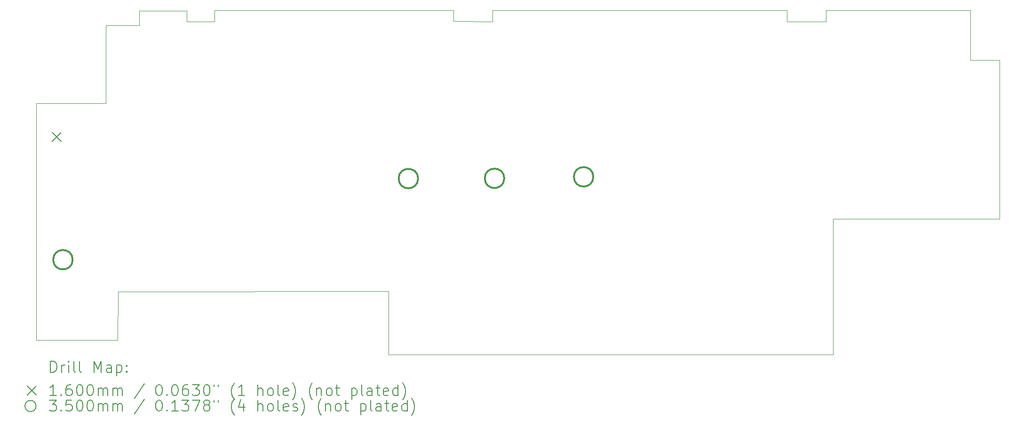
<source format=gbr>
%TF.GenerationSoftware,KiCad,Pcbnew,8.0.6*%
%TF.CreationDate,2024-12-01T22:04:38-06:00*%
%TF.ProjectId,1400-PSU,31343030-2d50-4535-952e-6b696361645f,rev?*%
%TF.SameCoordinates,Original*%
%TF.FileFunction,Drillmap*%
%TF.FilePolarity,Positive*%
%FSLAX45Y45*%
G04 Gerber Fmt 4.5, Leading zero omitted, Abs format (unit mm)*
G04 Created by KiCad (PCBNEW 8.0.6) date 2024-12-01 22:04:38*
%MOMM*%
%LPD*%
G01*
G04 APERTURE LIST*
%ADD10C,0.050000*%
%ADD11C,0.200000*%
%ADD12C,0.160000*%
%ADD13C,0.350000*%
G04 APERTURE END LIST*
D10*
X19328695Y-6157305D02*
X20028695Y-6158305D01*
X20027695Y-5957305D01*
X22629695Y-5958305D01*
X22626695Y-6855305D01*
X23155695Y-6855305D01*
X23157155Y-9518765D01*
X23156695Y-9712305D01*
X20154695Y-9714305D01*
X20154695Y-9956705D01*
X20154695Y-12166505D01*
X12158695Y-12166505D01*
X12158695Y-11017305D01*
X7283606Y-11025216D01*
X7280695Y-11901314D01*
X5814101Y-11902899D01*
X5816695Y-7635305D01*
X7065695Y-7636678D01*
X7064431Y-6230000D01*
X7666695Y-6230000D01*
X7666695Y-5961305D01*
X8526695Y-5961305D01*
X8526695Y-6158305D01*
X9025695Y-6158305D01*
X9025695Y-5958305D01*
X13328000Y-5959000D01*
X13327695Y-6155305D01*
X14027977Y-6156023D01*
X14027695Y-5956305D01*
X19328695Y-5955365D01*
X19328695Y-6157305D01*
D11*
D12*
X6105000Y-8159000D02*
X6265000Y-8319000D01*
X6265000Y-8159000D02*
X6105000Y-8319000D01*
D13*
X6470000Y-10452000D02*
G75*
G02*
X6120000Y-10452000I-175000J0D01*
G01*
X6120000Y-10452000D02*
G75*
G02*
X6470000Y-10452000I175000J0D01*
G01*
X12688000Y-8989000D02*
G75*
G02*
X12338000Y-8989000I-175000J0D01*
G01*
X12338000Y-8989000D02*
G75*
G02*
X12688000Y-8989000I175000J0D01*
G01*
X14239000Y-8985000D02*
G75*
G02*
X13889000Y-8985000I-175000J0D01*
G01*
X13889000Y-8985000D02*
G75*
G02*
X14239000Y-8985000I175000J0D01*
G01*
X15842000Y-8958000D02*
G75*
G02*
X15492000Y-8958000I-175000J0D01*
G01*
X15492000Y-8958000D02*
G75*
G02*
X15842000Y-8958000I175000J0D01*
G01*
D11*
X6072378Y-12480489D02*
X6072378Y-12280489D01*
X6072378Y-12280489D02*
X6119997Y-12280489D01*
X6119997Y-12280489D02*
X6148568Y-12290013D01*
X6148568Y-12290013D02*
X6167616Y-12309060D01*
X6167616Y-12309060D02*
X6177140Y-12328108D01*
X6177140Y-12328108D02*
X6186663Y-12366203D01*
X6186663Y-12366203D02*
X6186663Y-12394774D01*
X6186663Y-12394774D02*
X6177140Y-12432870D01*
X6177140Y-12432870D02*
X6167616Y-12451917D01*
X6167616Y-12451917D02*
X6148568Y-12470965D01*
X6148568Y-12470965D02*
X6119997Y-12480489D01*
X6119997Y-12480489D02*
X6072378Y-12480489D01*
X6272378Y-12480489D02*
X6272378Y-12347155D01*
X6272378Y-12385251D02*
X6281901Y-12366203D01*
X6281901Y-12366203D02*
X6291425Y-12356679D01*
X6291425Y-12356679D02*
X6310473Y-12347155D01*
X6310473Y-12347155D02*
X6329521Y-12347155D01*
X6396187Y-12480489D02*
X6396187Y-12347155D01*
X6396187Y-12280489D02*
X6386663Y-12290013D01*
X6386663Y-12290013D02*
X6396187Y-12299536D01*
X6396187Y-12299536D02*
X6405711Y-12290013D01*
X6405711Y-12290013D02*
X6396187Y-12280489D01*
X6396187Y-12280489D02*
X6396187Y-12299536D01*
X6519997Y-12480489D02*
X6500949Y-12470965D01*
X6500949Y-12470965D02*
X6491425Y-12451917D01*
X6491425Y-12451917D02*
X6491425Y-12280489D01*
X6624759Y-12480489D02*
X6605711Y-12470965D01*
X6605711Y-12470965D02*
X6596187Y-12451917D01*
X6596187Y-12451917D02*
X6596187Y-12280489D01*
X6853330Y-12480489D02*
X6853330Y-12280489D01*
X6853330Y-12280489D02*
X6919997Y-12423346D01*
X6919997Y-12423346D02*
X6986663Y-12280489D01*
X6986663Y-12280489D02*
X6986663Y-12480489D01*
X7167616Y-12480489D02*
X7167616Y-12375727D01*
X7167616Y-12375727D02*
X7158092Y-12356679D01*
X7158092Y-12356679D02*
X7139044Y-12347155D01*
X7139044Y-12347155D02*
X7100949Y-12347155D01*
X7100949Y-12347155D02*
X7081901Y-12356679D01*
X7167616Y-12470965D02*
X7148568Y-12480489D01*
X7148568Y-12480489D02*
X7100949Y-12480489D01*
X7100949Y-12480489D02*
X7081901Y-12470965D01*
X7081901Y-12470965D02*
X7072378Y-12451917D01*
X7072378Y-12451917D02*
X7072378Y-12432870D01*
X7072378Y-12432870D02*
X7081901Y-12413822D01*
X7081901Y-12413822D02*
X7100949Y-12404298D01*
X7100949Y-12404298D02*
X7148568Y-12404298D01*
X7148568Y-12404298D02*
X7167616Y-12394774D01*
X7262854Y-12347155D02*
X7262854Y-12547155D01*
X7262854Y-12356679D02*
X7281901Y-12347155D01*
X7281901Y-12347155D02*
X7319997Y-12347155D01*
X7319997Y-12347155D02*
X7339044Y-12356679D01*
X7339044Y-12356679D02*
X7348568Y-12366203D01*
X7348568Y-12366203D02*
X7358092Y-12385251D01*
X7358092Y-12385251D02*
X7358092Y-12442393D01*
X7358092Y-12442393D02*
X7348568Y-12461441D01*
X7348568Y-12461441D02*
X7339044Y-12470965D01*
X7339044Y-12470965D02*
X7319997Y-12480489D01*
X7319997Y-12480489D02*
X7281901Y-12480489D01*
X7281901Y-12480489D02*
X7262854Y-12470965D01*
X7443806Y-12461441D02*
X7453330Y-12470965D01*
X7453330Y-12470965D02*
X7443806Y-12480489D01*
X7443806Y-12480489D02*
X7434282Y-12470965D01*
X7434282Y-12470965D02*
X7443806Y-12461441D01*
X7443806Y-12461441D02*
X7443806Y-12480489D01*
X7443806Y-12356679D02*
X7453330Y-12366203D01*
X7453330Y-12366203D02*
X7443806Y-12375727D01*
X7443806Y-12375727D02*
X7434282Y-12366203D01*
X7434282Y-12366203D02*
X7443806Y-12356679D01*
X7443806Y-12356679D02*
X7443806Y-12375727D01*
D12*
X5651601Y-12729005D02*
X5811601Y-12889005D01*
X5811601Y-12729005D02*
X5651601Y-12889005D01*
D11*
X6177140Y-12900489D02*
X6062854Y-12900489D01*
X6119997Y-12900489D02*
X6119997Y-12700489D01*
X6119997Y-12700489D02*
X6100949Y-12729060D01*
X6100949Y-12729060D02*
X6081901Y-12748108D01*
X6081901Y-12748108D02*
X6062854Y-12757632D01*
X6262854Y-12881441D02*
X6272378Y-12890965D01*
X6272378Y-12890965D02*
X6262854Y-12900489D01*
X6262854Y-12900489D02*
X6253330Y-12890965D01*
X6253330Y-12890965D02*
X6262854Y-12881441D01*
X6262854Y-12881441D02*
X6262854Y-12900489D01*
X6443806Y-12700489D02*
X6405711Y-12700489D01*
X6405711Y-12700489D02*
X6386663Y-12710013D01*
X6386663Y-12710013D02*
X6377140Y-12719536D01*
X6377140Y-12719536D02*
X6358092Y-12748108D01*
X6358092Y-12748108D02*
X6348568Y-12786203D01*
X6348568Y-12786203D02*
X6348568Y-12862393D01*
X6348568Y-12862393D02*
X6358092Y-12881441D01*
X6358092Y-12881441D02*
X6367616Y-12890965D01*
X6367616Y-12890965D02*
X6386663Y-12900489D01*
X6386663Y-12900489D02*
X6424759Y-12900489D01*
X6424759Y-12900489D02*
X6443806Y-12890965D01*
X6443806Y-12890965D02*
X6453330Y-12881441D01*
X6453330Y-12881441D02*
X6462854Y-12862393D01*
X6462854Y-12862393D02*
X6462854Y-12814774D01*
X6462854Y-12814774D02*
X6453330Y-12795727D01*
X6453330Y-12795727D02*
X6443806Y-12786203D01*
X6443806Y-12786203D02*
X6424759Y-12776679D01*
X6424759Y-12776679D02*
X6386663Y-12776679D01*
X6386663Y-12776679D02*
X6367616Y-12786203D01*
X6367616Y-12786203D02*
X6358092Y-12795727D01*
X6358092Y-12795727D02*
X6348568Y-12814774D01*
X6586663Y-12700489D02*
X6605711Y-12700489D01*
X6605711Y-12700489D02*
X6624759Y-12710013D01*
X6624759Y-12710013D02*
X6634282Y-12719536D01*
X6634282Y-12719536D02*
X6643806Y-12738584D01*
X6643806Y-12738584D02*
X6653330Y-12776679D01*
X6653330Y-12776679D02*
X6653330Y-12824298D01*
X6653330Y-12824298D02*
X6643806Y-12862393D01*
X6643806Y-12862393D02*
X6634282Y-12881441D01*
X6634282Y-12881441D02*
X6624759Y-12890965D01*
X6624759Y-12890965D02*
X6605711Y-12900489D01*
X6605711Y-12900489D02*
X6586663Y-12900489D01*
X6586663Y-12900489D02*
X6567616Y-12890965D01*
X6567616Y-12890965D02*
X6558092Y-12881441D01*
X6558092Y-12881441D02*
X6548568Y-12862393D01*
X6548568Y-12862393D02*
X6539044Y-12824298D01*
X6539044Y-12824298D02*
X6539044Y-12776679D01*
X6539044Y-12776679D02*
X6548568Y-12738584D01*
X6548568Y-12738584D02*
X6558092Y-12719536D01*
X6558092Y-12719536D02*
X6567616Y-12710013D01*
X6567616Y-12710013D02*
X6586663Y-12700489D01*
X6777140Y-12700489D02*
X6796187Y-12700489D01*
X6796187Y-12700489D02*
X6815235Y-12710013D01*
X6815235Y-12710013D02*
X6824759Y-12719536D01*
X6824759Y-12719536D02*
X6834282Y-12738584D01*
X6834282Y-12738584D02*
X6843806Y-12776679D01*
X6843806Y-12776679D02*
X6843806Y-12824298D01*
X6843806Y-12824298D02*
X6834282Y-12862393D01*
X6834282Y-12862393D02*
X6824759Y-12881441D01*
X6824759Y-12881441D02*
X6815235Y-12890965D01*
X6815235Y-12890965D02*
X6796187Y-12900489D01*
X6796187Y-12900489D02*
X6777140Y-12900489D01*
X6777140Y-12900489D02*
X6758092Y-12890965D01*
X6758092Y-12890965D02*
X6748568Y-12881441D01*
X6748568Y-12881441D02*
X6739044Y-12862393D01*
X6739044Y-12862393D02*
X6729521Y-12824298D01*
X6729521Y-12824298D02*
X6729521Y-12776679D01*
X6729521Y-12776679D02*
X6739044Y-12738584D01*
X6739044Y-12738584D02*
X6748568Y-12719536D01*
X6748568Y-12719536D02*
X6758092Y-12710013D01*
X6758092Y-12710013D02*
X6777140Y-12700489D01*
X6929521Y-12900489D02*
X6929521Y-12767155D01*
X6929521Y-12786203D02*
X6939044Y-12776679D01*
X6939044Y-12776679D02*
X6958092Y-12767155D01*
X6958092Y-12767155D02*
X6986663Y-12767155D01*
X6986663Y-12767155D02*
X7005711Y-12776679D01*
X7005711Y-12776679D02*
X7015235Y-12795727D01*
X7015235Y-12795727D02*
X7015235Y-12900489D01*
X7015235Y-12795727D02*
X7024759Y-12776679D01*
X7024759Y-12776679D02*
X7043806Y-12767155D01*
X7043806Y-12767155D02*
X7072378Y-12767155D01*
X7072378Y-12767155D02*
X7091425Y-12776679D01*
X7091425Y-12776679D02*
X7100949Y-12795727D01*
X7100949Y-12795727D02*
X7100949Y-12900489D01*
X7196187Y-12900489D02*
X7196187Y-12767155D01*
X7196187Y-12786203D02*
X7205711Y-12776679D01*
X7205711Y-12776679D02*
X7224759Y-12767155D01*
X7224759Y-12767155D02*
X7253330Y-12767155D01*
X7253330Y-12767155D02*
X7272378Y-12776679D01*
X7272378Y-12776679D02*
X7281902Y-12795727D01*
X7281902Y-12795727D02*
X7281902Y-12900489D01*
X7281902Y-12795727D02*
X7291425Y-12776679D01*
X7291425Y-12776679D02*
X7310473Y-12767155D01*
X7310473Y-12767155D02*
X7339044Y-12767155D01*
X7339044Y-12767155D02*
X7358092Y-12776679D01*
X7358092Y-12776679D02*
X7367616Y-12795727D01*
X7367616Y-12795727D02*
X7367616Y-12900489D01*
X7758092Y-12690965D02*
X7586664Y-12948108D01*
X8015235Y-12700489D02*
X8034283Y-12700489D01*
X8034283Y-12700489D02*
X8053330Y-12710013D01*
X8053330Y-12710013D02*
X8062854Y-12719536D01*
X8062854Y-12719536D02*
X8072378Y-12738584D01*
X8072378Y-12738584D02*
X8081902Y-12776679D01*
X8081902Y-12776679D02*
X8081902Y-12824298D01*
X8081902Y-12824298D02*
X8072378Y-12862393D01*
X8072378Y-12862393D02*
X8062854Y-12881441D01*
X8062854Y-12881441D02*
X8053330Y-12890965D01*
X8053330Y-12890965D02*
X8034283Y-12900489D01*
X8034283Y-12900489D02*
X8015235Y-12900489D01*
X8015235Y-12900489D02*
X7996187Y-12890965D01*
X7996187Y-12890965D02*
X7986664Y-12881441D01*
X7986664Y-12881441D02*
X7977140Y-12862393D01*
X7977140Y-12862393D02*
X7967616Y-12824298D01*
X7967616Y-12824298D02*
X7967616Y-12776679D01*
X7967616Y-12776679D02*
X7977140Y-12738584D01*
X7977140Y-12738584D02*
X7986664Y-12719536D01*
X7986664Y-12719536D02*
X7996187Y-12710013D01*
X7996187Y-12710013D02*
X8015235Y-12700489D01*
X8167616Y-12881441D02*
X8177140Y-12890965D01*
X8177140Y-12890965D02*
X8167616Y-12900489D01*
X8167616Y-12900489D02*
X8158092Y-12890965D01*
X8158092Y-12890965D02*
X8167616Y-12881441D01*
X8167616Y-12881441D02*
X8167616Y-12900489D01*
X8300949Y-12700489D02*
X8319997Y-12700489D01*
X8319997Y-12700489D02*
X8339045Y-12710013D01*
X8339045Y-12710013D02*
X8348568Y-12719536D01*
X8348568Y-12719536D02*
X8358092Y-12738584D01*
X8358092Y-12738584D02*
X8367616Y-12776679D01*
X8367616Y-12776679D02*
X8367616Y-12824298D01*
X8367616Y-12824298D02*
X8358092Y-12862393D01*
X8358092Y-12862393D02*
X8348568Y-12881441D01*
X8348568Y-12881441D02*
X8339045Y-12890965D01*
X8339045Y-12890965D02*
X8319997Y-12900489D01*
X8319997Y-12900489D02*
X8300949Y-12900489D01*
X8300949Y-12900489D02*
X8281902Y-12890965D01*
X8281902Y-12890965D02*
X8272378Y-12881441D01*
X8272378Y-12881441D02*
X8262854Y-12862393D01*
X8262854Y-12862393D02*
X8253330Y-12824298D01*
X8253330Y-12824298D02*
X8253330Y-12776679D01*
X8253330Y-12776679D02*
X8262854Y-12738584D01*
X8262854Y-12738584D02*
X8272378Y-12719536D01*
X8272378Y-12719536D02*
X8281902Y-12710013D01*
X8281902Y-12710013D02*
X8300949Y-12700489D01*
X8539045Y-12700489D02*
X8500949Y-12700489D01*
X8500949Y-12700489D02*
X8481902Y-12710013D01*
X8481902Y-12710013D02*
X8472378Y-12719536D01*
X8472378Y-12719536D02*
X8453330Y-12748108D01*
X8453330Y-12748108D02*
X8443807Y-12786203D01*
X8443807Y-12786203D02*
X8443807Y-12862393D01*
X8443807Y-12862393D02*
X8453330Y-12881441D01*
X8453330Y-12881441D02*
X8462854Y-12890965D01*
X8462854Y-12890965D02*
X8481902Y-12900489D01*
X8481902Y-12900489D02*
X8519997Y-12900489D01*
X8519997Y-12900489D02*
X8539045Y-12890965D01*
X8539045Y-12890965D02*
X8548568Y-12881441D01*
X8548568Y-12881441D02*
X8558092Y-12862393D01*
X8558092Y-12862393D02*
X8558092Y-12814774D01*
X8558092Y-12814774D02*
X8548568Y-12795727D01*
X8548568Y-12795727D02*
X8539045Y-12786203D01*
X8539045Y-12786203D02*
X8519997Y-12776679D01*
X8519997Y-12776679D02*
X8481902Y-12776679D01*
X8481902Y-12776679D02*
X8462854Y-12786203D01*
X8462854Y-12786203D02*
X8453330Y-12795727D01*
X8453330Y-12795727D02*
X8443807Y-12814774D01*
X8624759Y-12700489D02*
X8748568Y-12700489D01*
X8748568Y-12700489D02*
X8681902Y-12776679D01*
X8681902Y-12776679D02*
X8710473Y-12776679D01*
X8710473Y-12776679D02*
X8729521Y-12786203D01*
X8729521Y-12786203D02*
X8739045Y-12795727D01*
X8739045Y-12795727D02*
X8748568Y-12814774D01*
X8748568Y-12814774D02*
X8748568Y-12862393D01*
X8748568Y-12862393D02*
X8739045Y-12881441D01*
X8739045Y-12881441D02*
X8729521Y-12890965D01*
X8729521Y-12890965D02*
X8710473Y-12900489D01*
X8710473Y-12900489D02*
X8653330Y-12900489D01*
X8653330Y-12900489D02*
X8634283Y-12890965D01*
X8634283Y-12890965D02*
X8624759Y-12881441D01*
X8872378Y-12700489D02*
X8891426Y-12700489D01*
X8891426Y-12700489D02*
X8910473Y-12710013D01*
X8910473Y-12710013D02*
X8919997Y-12719536D01*
X8919997Y-12719536D02*
X8929521Y-12738584D01*
X8929521Y-12738584D02*
X8939045Y-12776679D01*
X8939045Y-12776679D02*
X8939045Y-12824298D01*
X8939045Y-12824298D02*
X8929521Y-12862393D01*
X8929521Y-12862393D02*
X8919997Y-12881441D01*
X8919997Y-12881441D02*
X8910473Y-12890965D01*
X8910473Y-12890965D02*
X8891426Y-12900489D01*
X8891426Y-12900489D02*
X8872378Y-12900489D01*
X8872378Y-12900489D02*
X8853330Y-12890965D01*
X8853330Y-12890965D02*
X8843807Y-12881441D01*
X8843807Y-12881441D02*
X8834283Y-12862393D01*
X8834283Y-12862393D02*
X8824759Y-12824298D01*
X8824759Y-12824298D02*
X8824759Y-12776679D01*
X8824759Y-12776679D02*
X8834283Y-12738584D01*
X8834283Y-12738584D02*
X8843807Y-12719536D01*
X8843807Y-12719536D02*
X8853330Y-12710013D01*
X8853330Y-12710013D02*
X8872378Y-12700489D01*
X9015235Y-12700489D02*
X9015235Y-12738584D01*
X9091426Y-12700489D02*
X9091426Y-12738584D01*
X9386664Y-12976679D02*
X9377140Y-12967155D01*
X9377140Y-12967155D02*
X9358092Y-12938584D01*
X9358092Y-12938584D02*
X9348569Y-12919536D01*
X9348569Y-12919536D02*
X9339045Y-12890965D01*
X9339045Y-12890965D02*
X9329521Y-12843346D01*
X9329521Y-12843346D02*
X9329521Y-12805251D01*
X9329521Y-12805251D02*
X9339045Y-12757632D01*
X9339045Y-12757632D02*
X9348569Y-12729060D01*
X9348569Y-12729060D02*
X9358092Y-12710013D01*
X9358092Y-12710013D02*
X9377140Y-12681441D01*
X9377140Y-12681441D02*
X9386664Y-12671917D01*
X9567616Y-12900489D02*
X9453330Y-12900489D01*
X9510473Y-12900489D02*
X9510473Y-12700489D01*
X9510473Y-12700489D02*
X9491426Y-12729060D01*
X9491426Y-12729060D02*
X9472378Y-12748108D01*
X9472378Y-12748108D02*
X9453330Y-12757632D01*
X9805711Y-12900489D02*
X9805711Y-12700489D01*
X9891426Y-12900489D02*
X9891426Y-12795727D01*
X9891426Y-12795727D02*
X9881902Y-12776679D01*
X9881902Y-12776679D02*
X9862854Y-12767155D01*
X9862854Y-12767155D02*
X9834283Y-12767155D01*
X9834283Y-12767155D02*
X9815235Y-12776679D01*
X9815235Y-12776679D02*
X9805711Y-12786203D01*
X10015235Y-12900489D02*
X9996188Y-12890965D01*
X9996188Y-12890965D02*
X9986664Y-12881441D01*
X9986664Y-12881441D02*
X9977140Y-12862393D01*
X9977140Y-12862393D02*
X9977140Y-12805251D01*
X9977140Y-12805251D02*
X9986664Y-12786203D01*
X9986664Y-12786203D02*
X9996188Y-12776679D01*
X9996188Y-12776679D02*
X10015235Y-12767155D01*
X10015235Y-12767155D02*
X10043807Y-12767155D01*
X10043807Y-12767155D02*
X10062854Y-12776679D01*
X10062854Y-12776679D02*
X10072378Y-12786203D01*
X10072378Y-12786203D02*
X10081902Y-12805251D01*
X10081902Y-12805251D02*
X10081902Y-12862393D01*
X10081902Y-12862393D02*
X10072378Y-12881441D01*
X10072378Y-12881441D02*
X10062854Y-12890965D01*
X10062854Y-12890965D02*
X10043807Y-12900489D01*
X10043807Y-12900489D02*
X10015235Y-12900489D01*
X10196188Y-12900489D02*
X10177140Y-12890965D01*
X10177140Y-12890965D02*
X10167616Y-12871917D01*
X10167616Y-12871917D02*
X10167616Y-12700489D01*
X10348569Y-12890965D02*
X10329521Y-12900489D01*
X10329521Y-12900489D02*
X10291426Y-12900489D01*
X10291426Y-12900489D02*
X10272378Y-12890965D01*
X10272378Y-12890965D02*
X10262854Y-12871917D01*
X10262854Y-12871917D02*
X10262854Y-12795727D01*
X10262854Y-12795727D02*
X10272378Y-12776679D01*
X10272378Y-12776679D02*
X10291426Y-12767155D01*
X10291426Y-12767155D02*
X10329521Y-12767155D01*
X10329521Y-12767155D02*
X10348569Y-12776679D01*
X10348569Y-12776679D02*
X10358092Y-12795727D01*
X10358092Y-12795727D02*
X10358092Y-12814774D01*
X10358092Y-12814774D02*
X10262854Y-12833822D01*
X10424759Y-12976679D02*
X10434283Y-12967155D01*
X10434283Y-12967155D02*
X10453331Y-12938584D01*
X10453331Y-12938584D02*
X10462854Y-12919536D01*
X10462854Y-12919536D02*
X10472378Y-12890965D01*
X10472378Y-12890965D02*
X10481902Y-12843346D01*
X10481902Y-12843346D02*
X10481902Y-12805251D01*
X10481902Y-12805251D02*
X10472378Y-12757632D01*
X10472378Y-12757632D02*
X10462854Y-12729060D01*
X10462854Y-12729060D02*
X10453331Y-12710013D01*
X10453331Y-12710013D02*
X10434283Y-12681441D01*
X10434283Y-12681441D02*
X10424759Y-12671917D01*
X10786664Y-12976679D02*
X10777140Y-12967155D01*
X10777140Y-12967155D02*
X10758092Y-12938584D01*
X10758092Y-12938584D02*
X10748569Y-12919536D01*
X10748569Y-12919536D02*
X10739045Y-12890965D01*
X10739045Y-12890965D02*
X10729521Y-12843346D01*
X10729521Y-12843346D02*
X10729521Y-12805251D01*
X10729521Y-12805251D02*
X10739045Y-12757632D01*
X10739045Y-12757632D02*
X10748569Y-12729060D01*
X10748569Y-12729060D02*
X10758092Y-12710013D01*
X10758092Y-12710013D02*
X10777140Y-12681441D01*
X10777140Y-12681441D02*
X10786664Y-12671917D01*
X10862854Y-12767155D02*
X10862854Y-12900489D01*
X10862854Y-12786203D02*
X10872378Y-12776679D01*
X10872378Y-12776679D02*
X10891426Y-12767155D01*
X10891426Y-12767155D02*
X10919997Y-12767155D01*
X10919997Y-12767155D02*
X10939045Y-12776679D01*
X10939045Y-12776679D02*
X10948569Y-12795727D01*
X10948569Y-12795727D02*
X10948569Y-12900489D01*
X11072378Y-12900489D02*
X11053331Y-12890965D01*
X11053331Y-12890965D02*
X11043807Y-12881441D01*
X11043807Y-12881441D02*
X11034283Y-12862393D01*
X11034283Y-12862393D02*
X11034283Y-12805251D01*
X11034283Y-12805251D02*
X11043807Y-12786203D01*
X11043807Y-12786203D02*
X11053331Y-12776679D01*
X11053331Y-12776679D02*
X11072378Y-12767155D01*
X11072378Y-12767155D02*
X11100950Y-12767155D01*
X11100950Y-12767155D02*
X11119997Y-12776679D01*
X11119997Y-12776679D02*
X11129521Y-12786203D01*
X11129521Y-12786203D02*
X11139045Y-12805251D01*
X11139045Y-12805251D02*
X11139045Y-12862393D01*
X11139045Y-12862393D02*
X11129521Y-12881441D01*
X11129521Y-12881441D02*
X11119997Y-12890965D01*
X11119997Y-12890965D02*
X11100950Y-12900489D01*
X11100950Y-12900489D02*
X11072378Y-12900489D01*
X11196188Y-12767155D02*
X11272378Y-12767155D01*
X11224759Y-12700489D02*
X11224759Y-12871917D01*
X11224759Y-12871917D02*
X11234283Y-12890965D01*
X11234283Y-12890965D02*
X11253330Y-12900489D01*
X11253330Y-12900489D02*
X11272378Y-12900489D01*
X11491426Y-12767155D02*
X11491426Y-12967155D01*
X11491426Y-12776679D02*
X11510473Y-12767155D01*
X11510473Y-12767155D02*
X11548569Y-12767155D01*
X11548569Y-12767155D02*
X11567616Y-12776679D01*
X11567616Y-12776679D02*
X11577140Y-12786203D01*
X11577140Y-12786203D02*
X11586664Y-12805251D01*
X11586664Y-12805251D02*
X11586664Y-12862393D01*
X11586664Y-12862393D02*
X11577140Y-12881441D01*
X11577140Y-12881441D02*
X11567616Y-12890965D01*
X11567616Y-12890965D02*
X11548569Y-12900489D01*
X11548569Y-12900489D02*
X11510473Y-12900489D01*
X11510473Y-12900489D02*
X11491426Y-12890965D01*
X11700950Y-12900489D02*
X11681902Y-12890965D01*
X11681902Y-12890965D02*
X11672378Y-12871917D01*
X11672378Y-12871917D02*
X11672378Y-12700489D01*
X11862854Y-12900489D02*
X11862854Y-12795727D01*
X11862854Y-12795727D02*
X11853331Y-12776679D01*
X11853331Y-12776679D02*
X11834283Y-12767155D01*
X11834283Y-12767155D02*
X11796188Y-12767155D01*
X11796188Y-12767155D02*
X11777140Y-12776679D01*
X11862854Y-12890965D02*
X11843807Y-12900489D01*
X11843807Y-12900489D02*
X11796188Y-12900489D01*
X11796188Y-12900489D02*
X11777140Y-12890965D01*
X11777140Y-12890965D02*
X11767616Y-12871917D01*
X11767616Y-12871917D02*
X11767616Y-12852870D01*
X11767616Y-12852870D02*
X11777140Y-12833822D01*
X11777140Y-12833822D02*
X11796188Y-12824298D01*
X11796188Y-12824298D02*
X11843807Y-12824298D01*
X11843807Y-12824298D02*
X11862854Y-12814774D01*
X11929521Y-12767155D02*
X12005711Y-12767155D01*
X11958092Y-12700489D02*
X11958092Y-12871917D01*
X11958092Y-12871917D02*
X11967616Y-12890965D01*
X11967616Y-12890965D02*
X11986664Y-12900489D01*
X11986664Y-12900489D02*
X12005711Y-12900489D01*
X12148569Y-12890965D02*
X12129521Y-12900489D01*
X12129521Y-12900489D02*
X12091426Y-12900489D01*
X12091426Y-12900489D02*
X12072378Y-12890965D01*
X12072378Y-12890965D02*
X12062854Y-12871917D01*
X12062854Y-12871917D02*
X12062854Y-12795727D01*
X12062854Y-12795727D02*
X12072378Y-12776679D01*
X12072378Y-12776679D02*
X12091426Y-12767155D01*
X12091426Y-12767155D02*
X12129521Y-12767155D01*
X12129521Y-12767155D02*
X12148569Y-12776679D01*
X12148569Y-12776679D02*
X12158092Y-12795727D01*
X12158092Y-12795727D02*
X12158092Y-12814774D01*
X12158092Y-12814774D02*
X12062854Y-12833822D01*
X12329521Y-12900489D02*
X12329521Y-12700489D01*
X12329521Y-12890965D02*
X12310473Y-12900489D01*
X12310473Y-12900489D02*
X12272378Y-12900489D01*
X12272378Y-12900489D02*
X12253331Y-12890965D01*
X12253331Y-12890965D02*
X12243807Y-12881441D01*
X12243807Y-12881441D02*
X12234283Y-12862393D01*
X12234283Y-12862393D02*
X12234283Y-12805251D01*
X12234283Y-12805251D02*
X12243807Y-12786203D01*
X12243807Y-12786203D02*
X12253331Y-12776679D01*
X12253331Y-12776679D02*
X12272378Y-12767155D01*
X12272378Y-12767155D02*
X12310473Y-12767155D01*
X12310473Y-12767155D02*
X12329521Y-12776679D01*
X12405712Y-12976679D02*
X12415235Y-12967155D01*
X12415235Y-12967155D02*
X12434283Y-12938584D01*
X12434283Y-12938584D02*
X12443807Y-12919536D01*
X12443807Y-12919536D02*
X12453331Y-12890965D01*
X12453331Y-12890965D02*
X12462854Y-12843346D01*
X12462854Y-12843346D02*
X12462854Y-12805251D01*
X12462854Y-12805251D02*
X12453331Y-12757632D01*
X12453331Y-12757632D02*
X12443807Y-12729060D01*
X12443807Y-12729060D02*
X12434283Y-12710013D01*
X12434283Y-12710013D02*
X12415235Y-12681441D01*
X12415235Y-12681441D02*
X12405712Y-12671917D01*
X5811601Y-13089005D02*
G75*
G02*
X5611601Y-13089005I-100000J0D01*
G01*
X5611601Y-13089005D02*
G75*
G02*
X5811601Y-13089005I100000J0D01*
G01*
X6053330Y-12980489D02*
X6177140Y-12980489D01*
X6177140Y-12980489D02*
X6110473Y-13056679D01*
X6110473Y-13056679D02*
X6139044Y-13056679D01*
X6139044Y-13056679D02*
X6158092Y-13066203D01*
X6158092Y-13066203D02*
X6167616Y-13075727D01*
X6167616Y-13075727D02*
X6177140Y-13094774D01*
X6177140Y-13094774D02*
X6177140Y-13142393D01*
X6177140Y-13142393D02*
X6167616Y-13161441D01*
X6167616Y-13161441D02*
X6158092Y-13170965D01*
X6158092Y-13170965D02*
X6139044Y-13180489D01*
X6139044Y-13180489D02*
X6081901Y-13180489D01*
X6081901Y-13180489D02*
X6062854Y-13170965D01*
X6062854Y-13170965D02*
X6053330Y-13161441D01*
X6262854Y-13161441D02*
X6272378Y-13170965D01*
X6272378Y-13170965D02*
X6262854Y-13180489D01*
X6262854Y-13180489D02*
X6253330Y-13170965D01*
X6253330Y-13170965D02*
X6262854Y-13161441D01*
X6262854Y-13161441D02*
X6262854Y-13180489D01*
X6453330Y-12980489D02*
X6358092Y-12980489D01*
X6358092Y-12980489D02*
X6348568Y-13075727D01*
X6348568Y-13075727D02*
X6358092Y-13066203D01*
X6358092Y-13066203D02*
X6377140Y-13056679D01*
X6377140Y-13056679D02*
X6424759Y-13056679D01*
X6424759Y-13056679D02*
X6443806Y-13066203D01*
X6443806Y-13066203D02*
X6453330Y-13075727D01*
X6453330Y-13075727D02*
X6462854Y-13094774D01*
X6462854Y-13094774D02*
X6462854Y-13142393D01*
X6462854Y-13142393D02*
X6453330Y-13161441D01*
X6453330Y-13161441D02*
X6443806Y-13170965D01*
X6443806Y-13170965D02*
X6424759Y-13180489D01*
X6424759Y-13180489D02*
X6377140Y-13180489D01*
X6377140Y-13180489D02*
X6358092Y-13170965D01*
X6358092Y-13170965D02*
X6348568Y-13161441D01*
X6586663Y-12980489D02*
X6605711Y-12980489D01*
X6605711Y-12980489D02*
X6624759Y-12990013D01*
X6624759Y-12990013D02*
X6634282Y-12999536D01*
X6634282Y-12999536D02*
X6643806Y-13018584D01*
X6643806Y-13018584D02*
X6653330Y-13056679D01*
X6653330Y-13056679D02*
X6653330Y-13104298D01*
X6653330Y-13104298D02*
X6643806Y-13142393D01*
X6643806Y-13142393D02*
X6634282Y-13161441D01*
X6634282Y-13161441D02*
X6624759Y-13170965D01*
X6624759Y-13170965D02*
X6605711Y-13180489D01*
X6605711Y-13180489D02*
X6586663Y-13180489D01*
X6586663Y-13180489D02*
X6567616Y-13170965D01*
X6567616Y-13170965D02*
X6558092Y-13161441D01*
X6558092Y-13161441D02*
X6548568Y-13142393D01*
X6548568Y-13142393D02*
X6539044Y-13104298D01*
X6539044Y-13104298D02*
X6539044Y-13056679D01*
X6539044Y-13056679D02*
X6548568Y-13018584D01*
X6548568Y-13018584D02*
X6558092Y-12999536D01*
X6558092Y-12999536D02*
X6567616Y-12990013D01*
X6567616Y-12990013D02*
X6586663Y-12980489D01*
X6777140Y-12980489D02*
X6796187Y-12980489D01*
X6796187Y-12980489D02*
X6815235Y-12990013D01*
X6815235Y-12990013D02*
X6824759Y-12999536D01*
X6824759Y-12999536D02*
X6834282Y-13018584D01*
X6834282Y-13018584D02*
X6843806Y-13056679D01*
X6843806Y-13056679D02*
X6843806Y-13104298D01*
X6843806Y-13104298D02*
X6834282Y-13142393D01*
X6834282Y-13142393D02*
X6824759Y-13161441D01*
X6824759Y-13161441D02*
X6815235Y-13170965D01*
X6815235Y-13170965D02*
X6796187Y-13180489D01*
X6796187Y-13180489D02*
X6777140Y-13180489D01*
X6777140Y-13180489D02*
X6758092Y-13170965D01*
X6758092Y-13170965D02*
X6748568Y-13161441D01*
X6748568Y-13161441D02*
X6739044Y-13142393D01*
X6739044Y-13142393D02*
X6729521Y-13104298D01*
X6729521Y-13104298D02*
X6729521Y-13056679D01*
X6729521Y-13056679D02*
X6739044Y-13018584D01*
X6739044Y-13018584D02*
X6748568Y-12999536D01*
X6748568Y-12999536D02*
X6758092Y-12990013D01*
X6758092Y-12990013D02*
X6777140Y-12980489D01*
X6929521Y-13180489D02*
X6929521Y-13047155D01*
X6929521Y-13066203D02*
X6939044Y-13056679D01*
X6939044Y-13056679D02*
X6958092Y-13047155D01*
X6958092Y-13047155D02*
X6986663Y-13047155D01*
X6986663Y-13047155D02*
X7005711Y-13056679D01*
X7005711Y-13056679D02*
X7015235Y-13075727D01*
X7015235Y-13075727D02*
X7015235Y-13180489D01*
X7015235Y-13075727D02*
X7024759Y-13056679D01*
X7024759Y-13056679D02*
X7043806Y-13047155D01*
X7043806Y-13047155D02*
X7072378Y-13047155D01*
X7072378Y-13047155D02*
X7091425Y-13056679D01*
X7091425Y-13056679D02*
X7100949Y-13075727D01*
X7100949Y-13075727D02*
X7100949Y-13180489D01*
X7196187Y-13180489D02*
X7196187Y-13047155D01*
X7196187Y-13066203D02*
X7205711Y-13056679D01*
X7205711Y-13056679D02*
X7224759Y-13047155D01*
X7224759Y-13047155D02*
X7253330Y-13047155D01*
X7253330Y-13047155D02*
X7272378Y-13056679D01*
X7272378Y-13056679D02*
X7281902Y-13075727D01*
X7281902Y-13075727D02*
X7281902Y-13180489D01*
X7281902Y-13075727D02*
X7291425Y-13056679D01*
X7291425Y-13056679D02*
X7310473Y-13047155D01*
X7310473Y-13047155D02*
X7339044Y-13047155D01*
X7339044Y-13047155D02*
X7358092Y-13056679D01*
X7358092Y-13056679D02*
X7367616Y-13075727D01*
X7367616Y-13075727D02*
X7367616Y-13180489D01*
X7758092Y-12970965D02*
X7586664Y-13228108D01*
X8015235Y-12980489D02*
X8034283Y-12980489D01*
X8034283Y-12980489D02*
X8053330Y-12990013D01*
X8053330Y-12990013D02*
X8062854Y-12999536D01*
X8062854Y-12999536D02*
X8072378Y-13018584D01*
X8072378Y-13018584D02*
X8081902Y-13056679D01*
X8081902Y-13056679D02*
X8081902Y-13104298D01*
X8081902Y-13104298D02*
X8072378Y-13142393D01*
X8072378Y-13142393D02*
X8062854Y-13161441D01*
X8062854Y-13161441D02*
X8053330Y-13170965D01*
X8053330Y-13170965D02*
X8034283Y-13180489D01*
X8034283Y-13180489D02*
X8015235Y-13180489D01*
X8015235Y-13180489D02*
X7996187Y-13170965D01*
X7996187Y-13170965D02*
X7986664Y-13161441D01*
X7986664Y-13161441D02*
X7977140Y-13142393D01*
X7977140Y-13142393D02*
X7967616Y-13104298D01*
X7967616Y-13104298D02*
X7967616Y-13056679D01*
X7967616Y-13056679D02*
X7977140Y-13018584D01*
X7977140Y-13018584D02*
X7986664Y-12999536D01*
X7986664Y-12999536D02*
X7996187Y-12990013D01*
X7996187Y-12990013D02*
X8015235Y-12980489D01*
X8167616Y-13161441D02*
X8177140Y-13170965D01*
X8177140Y-13170965D02*
X8167616Y-13180489D01*
X8167616Y-13180489D02*
X8158092Y-13170965D01*
X8158092Y-13170965D02*
X8167616Y-13161441D01*
X8167616Y-13161441D02*
X8167616Y-13180489D01*
X8367616Y-13180489D02*
X8253330Y-13180489D01*
X8310473Y-13180489D02*
X8310473Y-12980489D01*
X8310473Y-12980489D02*
X8291425Y-13009060D01*
X8291425Y-13009060D02*
X8272378Y-13028108D01*
X8272378Y-13028108D02*
X8253330Y-13037632D01*
X8434283Y-12980489D02*
X8558092Y-12980489D01*
X8558092Y-12980489D02*
X8491426Y-13056679D01*
X8491426Y-13056679D02*
X8519997Y-13056679D01*
X8519997Y-13056679D02*
X8539045Y-13066203D01*
X8539045Y-13066203D02*
X8548568Y-13075727D01*
X8548568Y-13075727D02*
X8558092Y-13094774D01*
X8558092Y-13094774D02*
X8558092Y-13142393D01*
X8558092Y-13142393D02*
X8548568Y-13161441D01*
X8548568Y-13161441D02*
X8539045Y-13170965D01*
X8539045Y-13170965D02*
X8519997Y-13180489D01*
X8519997Y-13180489D02*
X8462854Y-13180489D01*
X8462854Y-13180489D02*
X8443807Y-13170965D01*
X8443807Y-13170965D02*
X8434283Y-13161441D01*
X8624759Y-12980489D02*
X8758092Y-12980489D01*
X8758092Y-12980489D02*
X8672378Y-13180489D01*
X8862854Y-13066203D02*
X8843807Y-13056679D01*
X8843807Y-13056679D02*
X8834283Y-13047155D01*
X8834283Y-13047155D02*
X8824759Y-13028108D01*
X8824759Y-13028108D02*
X8824759Y-13018584D01*
X8824759Y-13018584D02*
X8834283Y-12999536D01*
X8834283Y-12999536D02*
X8843807Y-12990013D01*
X8843807Y-12990013D02*
X8862854Y-12980489D01*
X8862854Y-12980489D02*
X8900949Y-12980489D01*
X8900949Y-12980489D02*
X8919997Y-12990013D01*
X8919997Y-12990013D02*
X8929521Y-12999536D01*
X8929521Y-12999536D02*
X8939045Y-13018584D01*
X8939045Y-13018584D02*
X8939045Y-13028108D01*
X8939045Y-13028108D02*
X8929521Y-13047155D01*
X8929521Y-13047155D02*
X8919997Y-13056679D01*
X8919997Y-13056679D02*
X8900949Y-13066203D01*
X8900949Y-13066203D02*
X8862854Y-13066203D01*
X8862854Y-13066203D02*
X8843807Y-13075727D01*
X8843807Y-13075727D02*
X8834283Y-13085251D01*
X8834283Y-13085251D02*
X8824759Y-13104298D01*
X8824759Y-13104298D02*
X8824759Y-13142393D01*
X8824759Y-13142393D02*
X8834283Y-13161441D01*
X8834283Y-13161441D02*
X8843807Y-13170965D01*
X8843807Y-13170965D02*
X8862854Y-13180489D01*
X8862854Y-13180489D02*
X8900949Y-13180489D01*
X8900949Y-13180489D02*
X8919997Y-13170965D01*
X8919997Y-13170965D02*
X8929521Y-13161441D01*
X8929521Y-13161441D02*
X8939045Y-13142393D01*
X8939045Y-13142393D02*
X8939045Y-13104298D01*
X8939045Y-13104298D02*
X8929521Y-13085251D01*
X8929521Y-13085251D02*
X8919997Y-13075727D01*
X8919997Y-13075727D02*
X8900949Y-13066203D01*
X9015235Y-12980489D02*
X9015235Y-13018584D01*
X9091426Y-12980489D02*
X9091426Y-13018584D01*
X9386664Y-13256679D02*
X9377140Y-13247155D01*
X9377140Y-13247155D02*
X9358092Y-13218584D01*
X9358092Y-13218584D02*
X9348569Y-13199536D01*
X9348569Y-13199536D02*
X9339045Y-13170965D01*
X9339045Y-13170965D02*
X9329521Y-13123346D01*
X9329521Y-13123346D02*
X9329521Y-13085251D01*
X9329521Y-13085251D02*
X9339045Y-13037632D01*
X9339045Y-13037632D02*
X9348569Y-13009060D01*
X9348569Y-13009060D02*
X9358092Y-12990013D01*
X9358092Y-12990013D02*
X9377140Y-12961441D01*
X9377140Y-12961441D02*
X9386664Y-12951917D01*
X9548569Y-13047155D02*
X9548569Y-13180489D01*
X9500949Y-12970965D02*
X9453330Y-13113822D01*
X9453330Y-13113822D02*
X9577140Y-13113822D01*
X9805711Y-13180489D02*
X9805711Y-12980489D01*
X9891426Y-13180489D02*
X9891426Y-13075727D01*
X9891426Y-13075727D02*
X9881902Y-13056679D01*
X9881902Y-13056679D02*
X9862854Y-13047155D01*
X9862854Y-13047155D02*
X9834283Y-13047155D01*
X9834283Y-13047155D02*
X9815235Y-13056679D01*
X9815235Y-13056679D02*
X9805711Y-13066203D01*
X10015235Y-13180489D02*
X9996188Y-13170965D01*
X9996188Y-13170965D02*
X9986664Y-13161441D01*
X9986664Y-13161441D02*
X9977140Y-13142393D01*
X9977140Y-13142393D02*
X9977140Y-13085251D01*
X9977140Y-13085251D02*
X9986664Y-13066203D01*
X9986664Y-13066203D02*
X9996188Y-13056679D01*
X9996188Y-13056679D02*
X10015235Y-13047155D01*
X10015235Y-13047155D02*
X10043807Y-13047155D01*
X10043807Y-13047155D02*
X10062854Y-13056679D01*
X10062854Y-13056679D02*
X10072378Y-13066203D01*
X10072378Y-13066203D02*
X10081902Y-13085251D01*
X10081902Y-13085251D02*
X10081902Y-13142393D01*
X10081902Y-13142393D02*
X10072378Y-13161441D01*
X10072378Y-13161441D02*
X10062854Y-13170965D01*
X10062854Y-13170965D02*
X10043807Y-13180489D01*
X10043807Y-13180489D02*
X10015235Y-13180489D01*
X10196188Y-13180489D02*
X10177140Y-13170965D01*
X10177140Y-13170965D02*
X10167616Y-13151917D01*
X10167616Y-13151917D02*
X10167616Y-12980489D01*
X10348569Y-13170965D02*
X10329521Y-13180489D01*
X10329521Y-13180489D02*
X10291426Y-13180489D01*
X10291426Y-13180489D02*
X10272378Y-13170965D01*
X10272378Y-13170965D02*
X10262854Y-13151917D01*
X10262854Y-13151917D02*
X10262854Y-13075727D01*
X10262854Y-13075727D02*
X10272378Y-13056679D01*
X10272378Y-13056679D02*
X10291426Y-13047155D01*
X10291426Y-13047155D02*
X10329521Y-13047155D01*
X10329521Y-13047155D02*
X10348569Y-13056679D01*
X10348569Y-13056679D02*
X10358092Y-13075727D01*
X10358092Y-13075727D02*
X10358092Y-13094774D01*
X10358092Y-13094774D02*
X10262854Y-13113822D01*
X10434283Y-13170965D02*
X10453331Y-13180489D01*
X10453331Y-13180489D02*
X10491426Y-13180489D01*
X10491426Y-13180489D02*
X10510473Y-13170965D01*
X10510473Y-13170965D02*
X10519997Y-13151917D01*
X10519997Y-13151917D02*
X10519997Y-13142393D01*
X10519997Y-13142393D02*
X10510473Y-13123346D01*
X10510473Y-13123346D02*
X10491426Y-13113822D01*
X10491426Y-13113822D02*
X10462854Y-13113822D01*
X10462854Y-13113822D02*
X10443807Y-13104298D01*
X10443807Y-13104298D02*
X10434283Y-13085251D01*
X10434283Y-13085251D02*
X10434283Y-13075727D01*
X10434283Y-13075727D02*
X10443807Y-13056679D01*
X10443807Y-13056679D02*
X10462854Y-13047155D01*
X10462854Y-13047155D02*
X10491426Y-13047155D01*
X10491426Y-13047155D02*
X10510473Y-13056679D01*
X10586664Y-13256679D02*
X10596188Y-13247155D01*
X10596188Y-13247155D02*
X10615235Y-13218584D01*
X10615235Y-13218584D02*
X10624759Y-13199536D01*
X10624759Y-13199536D02*
X10634283Y-13170965D01*
X10634283Y-13170965D02*
X10643807Y-13123346D01*
X10643807Y-13123346D02*
X10643807Y-13085251D01*
X10643807Y-13085251D02*
X10634283Y-13037632D01*
X10634283Y-13037632D02*
X10624759Y-13009060D01*
X10624759Y-13009060D02*
X10615235Y-12990013D01*
X10615235Y-12990013D02*
X10596188Y-12961441D01*
X10596188Y-12961441D02*
X10586664Y-12951917D01*
X10948569Y-13256679D02*
X10939045Y-13247155D01*
X10939045Y-13247155D02*
X10919997Y-13218584D01*
X10919997Y-13218584D02*
X10910473Y-13199536D01*
X10910473Y-13199536D02*
X10900950Y-13170965D01*
X10900950Y-13170965D02*
X10891426Y-13123346D01*
X10891426Y-13123346D02*
X10891426Y-13085251D01*
X10891426Y-13085251D02*
X10900950Y-13037632D01*
X10900950Y-13037632D02*
X10910473Y-13009060D01*
X10910473Y-13009060D02*
X10919997Y-12990013D01*
X10919997Y-12990013D02*
X10939045Y-12961441D01*
X10939045Y-12961441D02*
X10948569Y-12951917D01*
X11024759Y-13047155D02*
X11024759Y-13180489D01*
X11024759Y-13066203D02*
X11034283Y-13056679D01*
X11034283Y-13056679D02*
X11053331Y-13047155D01*
X11053331Y-13047155D02*
X11081902Y-13047155D01*
X11081902Y-13047155D02*
X11100950Y-13056679D01*
X11100950Y-13056679D02*
X11110473Y-13075727D01*
X11110473Y-13075727D02*
X11110473Y-13180489D01*
X11234283Y-13180489D02*
X11215235Y-13170965D01*
X11215235Y-13170965D02*
X11205711Y-13161441D01*
X11205711Y-13161441D02*
X11196188Y-13142393D01*
X11196188Y-13142393D02*
X11196188Y-13085251D01*
X11196188Y-13085251D02*
X11205711Y-13066203D01*
X11205711Y-13066203D02*
X11215235Y-13056679D01*
X11215235Y-13056679D02*
X11234283Y-13047155D01*
X11234283Y-13047155D02*
X11262854Y-13047155D01*
X11262854Y-13047155D02*
X11281902Y-13056679D01*
X11281902Y-13056679D02*
X11291426Y-13066203D01*
X11291426Y-13066203D02*
X11300950Y-13085251D01*
X11300950Y-13085251D02*
X11300950Y-13142393D01*
X11300950Y-13142393D02*
X11291426Y-13161441D01*
X11291426Y-13161441D02*
X11281902Y-13170965D01*
X11281902Y-13170965D02*
X11262854Y-13180489D01*
X11262854Y-13180489D02*
X11234283Y-13180489D01*
X11358092Y-13047155D02*
X11434283Y-13047155D01*
X11386664Y-12980489D02*
X11386664Y-13151917D01*
X11386664Y-13151917D02*
X11396188Y-13170965D01*
X11396188Y-13170965D02*
X11415235Y-13180489D01*
X11415235Y-13180489D02*
X11434283Y-13180489D01*
X11653331Y-13047155D02*
X11653331Y-13247155D01*
X11653331Y-13056679D02*
X11672378Y-13047155D01*
X11672378Y-13047155D02*
X11710473Y-13047155D01*
X11710473Y-13047155D02*
X11729521Y-13056679D01*
X11729521Y-13056679D02*
X11739045Y-13066203D01*
X11739045Y-13066203D02*
X11748569Y-13085251D01*
X11748569Y-13085251D02*
X11748569Y-13142393D01*
X11748569Y-13142393D02*
X11739045Y-13161441D01*
X11739045Y-13161441D02*
X11729521Y-13170965D01*
X11729521Y-13170965D02*
X11710473Y-13180489D01*
X11710473Y-13180489D02*
X11672378Y-13180489D01*
X11672378Y-13180489D02*
X11653331Y-13170965D01*
X11862854Y-13180489D02*
X11843807Y-13170965D01*
X11843807Y-13170965D02*
X11834283Y-13151917D01*
X11834283Y-13151917D02*
X11834283Y-12980489D01*
X12024759Y-13180489D02*
X12024759Y-13075727D01*
X12024759Y-13075727D02*
X12015235Y-13056679D01*
X12015235Y-13056679D02*
X11996188Y-13047155D01*
X11996188Y-13047155D02*
X11958092Y-13047155D01*
X11958092Y-13047155D02*
X11939045Y-13056679D01*
X12024759Y-13170965D02*
X12005712Y-13180489D01*
X12005712Y-13180489D02*
X11958092Y-13180489D01*
X11958092Y-13180489D02*
X11939045Y-13170965D01*
X11939045Y-13170965D02*
X11929521Y-13151917D01*
X11929521Y-13151917D02*
X11929521Y-13132870D01*
X11929521Y-13132870D02*
X11939045Y-13113822D01*
X11939045Y-13113822D02*
X11958092Y-13104298D01*
X11958092Y-13104298D02*
X12005712Y-13104298D01*
X12005712Y-13104298D02*
X12024759Y-13094774D01*
X12091426Y-13047155D02*
X12167616Y-13047155D01*
X12119997Y-12980489D02*
X12119997Y-13151917D01*
X12119997Y-13151917D02*
X12129521Y-13170965D01*
X12129521Y-13170965D02*
X12148569Y-13180489D01*
X12148569Y-13180489D02*
X12167616Y-13180489D01*
X12310473Y-13170965D02*
X12291426Y-13180489D01*
X12291426Y-13180489D02*
X12253331Y-13180489D01*
X12253331Y-13180489D02*
X12234283Y-13170965D01*
X12234283Y-13170965D02*
X12224759Y-13151917D01*
X12224759Y-13151917D02*
X12224759Y-13075727D01*
X12224759Y-13075727D02*
X12234283Y-13056679D01*
X12234283Y-13056679D02*
X12253331Y-13047155D01*
X12253331Y-13047155D02*
X12291426Y-13047155D01*
X12291426Y-13047155D02*
X12310473Y-13056679D01*
X12310473Y-13056679D02*
X12319997Y-13075727D01*
X12319997Y-13075727D02*
X12319997Y-13094774D01*
X12319997Y-13094774D02*
X12224759Y-13113822D01*
X12491426Y-13180489D02*
X12491426Y-12980489D01*
X12491426Y-13170965D02*
X12472378Y-13180489D01*
X12472378Y-13180489D02*
X12434283Y-13180489D01*
X12434283Y-13180489D02*
X12415235Y-13170965D01*
X12415235Y-13170965D02*
X12405712Y-13161441D01*
X12405712Y-13161441D02*
X12396188Y-13142393D01*
X12396188Y-13142393D02*
X12396188Y-13085251D01*
X12396188Y-13085251D02*
X12405712Y-13066203D01*
X12405712Y-13066203D02*
X12415235Y-13056679D01*
X12415235Y-13056679D02*
X12434283Y-13047155D01*
X12434283Y-13047155D02*
X12472378Y-13047155D01*
X12472378Y-13047155D02*
X12491426Y-13056679D01*
X12567616Y-13256679D02*
X12577140Y-13247155D01*
X12577140Y-13247155D02*
X12596188Y-13218584D01*
X12596188Y-13218584D02*
X12605712Y-13199536D01*
X12605712Y-13199536D02*
X12615235Y-13170965D01*
X12615235Y-13170965D02*
X12624759Y-13123346D01*
X12624759Y-13123346D02*
X12624759Y-13085251D01*
X12624759Y-13085251D02*
X12615235Y-13037632D01*
X12615235Y-13037632D02*
X12605712Y-13009060D01*
X12605712Y-13009060D02*
X12596188Y-12990013D01*
X12596188Y-12990013D02*
X12577140Y-12961441D01*
X12577140Y-12961441D02*
X12567616Y-12951917D01*
M02*

</source>
